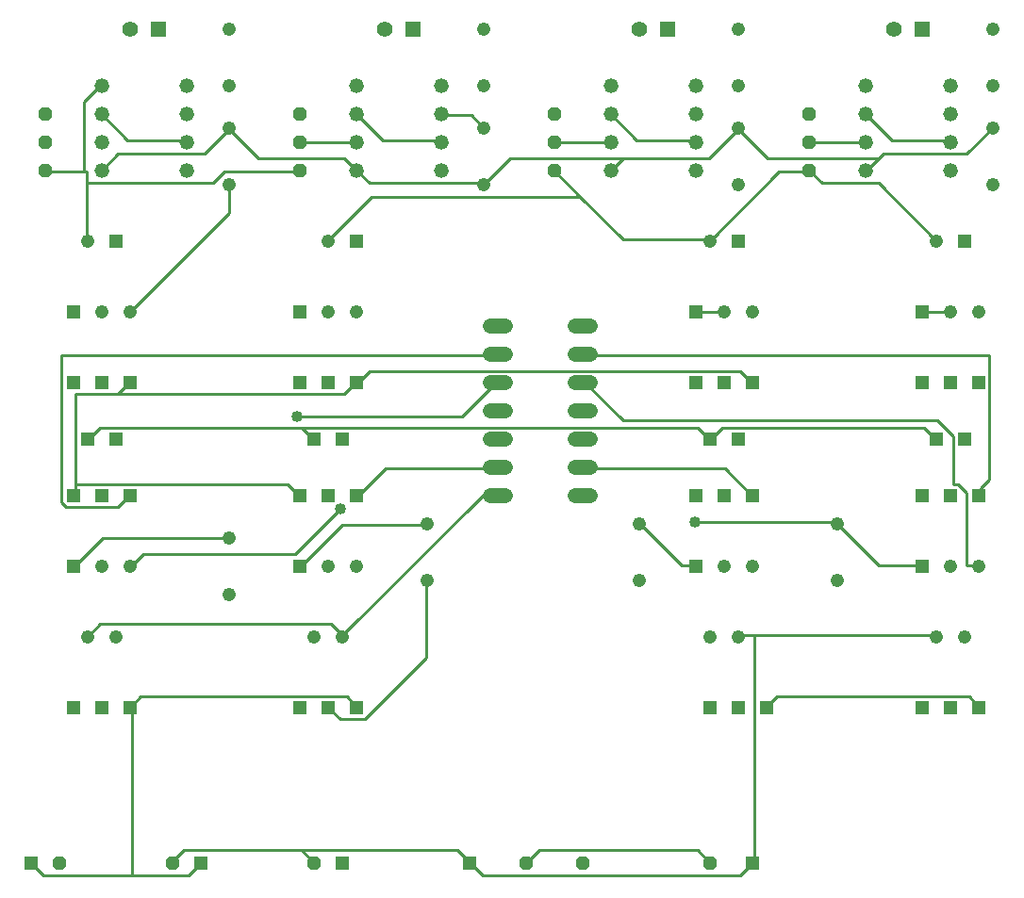
<source format=gbl>
G75*
G70*
%OFA0B0*%
%FSLAX24Y24*%
%IPPOS*%
%LPD*%
%AMOC8*
5,1,8,0,0,1.08239X$1,22.5*
%
%ADD10C,0.0520*%
%ADD11C,0.0476*%
%ADD12R,0.0476X0.0476*%
%ADD13OC8,0.0476*%
%ADD14C,0.0554*%
%ADD15R,0.0554X0.0554*%
%ADD16C,0.0520*%
%ADD17C,0.0100*%
%ADD18C,0.0400*%
D10*
X003601Y025601D03*
X003601Y026601D03*
X003601Y027601D03*
X003601Y028601D03*
X006601Y028601D03*
X006601Y027601D03*
X006601Y026601D03*
X006601Y025601D03*
X012601Y025601D03*
X012601Y026601D03*
X012601Y027601D03*
X012601Y028601D03*
X015601Y028601D03*
X015601Y027601D03*
X015601Y026601D03*
X015601Y025601D03*
X021601Y025601D03*
X021601Y026601D03*
X021601Y027601D03*
X021601Y028601D03*
X024601Y028601D03*
X024601Y027601D03*
X024601Y026601D03*
X024601Y025601D03*
X030601Y025601D03*
X030601Y026601D03*
X030601Y027601D03*
X030601Y028601D03*
X033601Y028601D03*
X033601Y027601D03*
X033601Y026601D03*
X033601Y025601D03*
D11*
X035101Y025101D03*
X035101Y027101D03*
X035101Y028601D03*
X035101Y030601D03*
X033101Y023101D03*
X033601Y020601D03*
X034601Y020601D03*
X026601Y020601D03*
X025601Y020601D03*
X025101Y023101D03*
X026101Y025101D03*
X026101Y027101D03*
X026101Y028601D03*
X026101Y030601D03*
X017101Y030601D03*
X017101Y028601D03*
X017101Y027101D03*
X017101Y025101D03*
X012601Y020601D03*
X011601Y020601D03*
X011601Y023101D03*
X008101Y025101D03*
X008101Y027101D03*
X008101Y028601D03*
X008101Y030601D03*
X003101Y023101D03*
X003601Y020601D03*
X004601Y020601D03*
X008101Y012601D03*
X008101Y010601D03*
X011101Y009101D03*
X012101Y009101D03*
X012601Y011601D03*
X011601Y011601D03*
X015101Y011101D03*
X015101Y013101D03*
X022601Y013101D03*
X022601Y011101D03*
X025101Y009101D03*
X026101Y009101D03*
X026601Y011601D03*
X025601Y011601D03*
X029601Y011101D03*
X029601Y013101D03*
X033601Y011601D03*
X034601Y011601D03*
X034101Y009101D03*
X033101Y009101D03*
X004601Y011601D03*
X003601Y011601D03*
X004101Y009101D03*
X003101Y009101D03*
D12*
X001101Y001101D03*
X002601Y006601D03*
X003601Y006601D03*
X004601Y006601D03*
X002601Y011601D03*
X002601Y014101D03*
X003601Y014101D03*
X004601Y014101D03*
X004101Y016101D03*
X003101Y016101D03*
X003601Y018101D03*
X002601Y018101D03*
X004601Y018101D03*
X002601Y020601D03*
X004101Y023101D03*
X010601Y020601D03*
X012601Y023101D03*
X012601Y018101D03*
X011601Y018101D03*
X010601Y018101D03*
X011101Y016101D03*
X012101Y016101D03*
X012601Y014101D03*
X011601Y014101D03*
X010601Y014101D03*
X010601Y011601D03*
X010601Y006601D03*
X011601Y006601D03*
X012601Y006601D03*
X012101Y001101D03*
X016601Y001101D03*
X025101Y006601D03*
X026101Y006601D03*
X027101Y006601D03*
X032601Y006601D03*
X033601Y006601D03*
X034601Y006601D03*
X032601Y011601D03*
X032601Y014101D03*
X033601Y014101D03*
X034601Y014101D03*
X034101Y016101D03*
X033101Y016101D03*
X033601Y018101D03*
X034601Y018101D03*
X032601Y018101D03*
X032601Y020601D03*
X034101Y023101D03*
X026601Y018101D03*
X025601Y018101D03*
X024601Y018101D03*
X025101Y016101D03*
X026101Y016101D03*
X026601Y014101D03*
X025601Y014101D03*
X024601Y014101D03*
X024601Y011601D03*
X024601Y020601D03*
X026101Y023101D03*
X026601Y001101D03*
X007101Y001101D03*
D13*
X006101Y001101D03*
X002101Y001101D03*
X011101Y001101D03*
X018601Y001101D03*
X020601Y001101D03*
X025101Y001101D03*
X028601Y025601D03*
X028601Y026601D03*
X028601Y027601D03*
X019601Y027601D03*
X019601Y026601D03*
X019601Y025601D03*
X010601Y025601D03*
X010601Y026601D03*
X010601Y027601D03*
X001601Y027601D03*
X001601Y026601D03*
X001601Y025601D03*
D14*
X004601Y030601D03*
X013601Y030601D03*
X022601Y030601D03*
X031601Y030601D03*
D15*
X032601Y030601D03*
X023601Y030601D03*
X014601Y030601D03*
X005601Y030601D03*
D16*
X017341Y020101D02*
X017861Y020101D01*
X017861Y019101D02*
X017341Y019101D01*
X017341Y018101D02*
X017861Y018101D01*
X017861Y017101D02*
X017341Y017101D01*
X017341Y016101D02*
X017861Y016101D01*
X017861Y015101D02*
X017341Y015101D01*
X017341Y014101D02*
X017861Y014101D01*
X020341Y014101D02*
X020861Y014101D01*
X020861Y015101D02*
X020341Y015101D01*
X020341Y016101D02*
X020861Y016101D01*
X020861Y017101D02*
X020341Y017101D01*
X020341Y018101D02*
X020861Y018101D01*
X020861Y019101D02*
X020341Y019101D01*
X020341Y020101D02*
X020861Y020101D01*
D17*
X020601Y019101D02*
X020661Y019061D01*
X034981Y019061D01*
X034981Y014661D01*
X034661Y014341D01*
X034661Y014101D01*
X034601Y014101D01*
X034181Y014181D02*
X034181Y011621D01*
X034581Y011621D01*
X034601Y011601D01*
X032601Y011601D02*
X032581Y011621D01*
X031061Y011621D01*
X029621Y013061D01*
X029601Y013101D01*
X029541Y013141D01*
X024581Y013141D01*
X024581Y011621D02*
X024101Y011621D01*
X022661Y013061D01*
X022601Y013101D01*
X024581Y011621D02*
X024601Y011601D01*
X026101Y009141D02*
X026101Y009101D01*
X026101Y009141D02*
X026661Y009141D01*
X026661Y001141D01*
X026601Y001101D01*
X026581Y001061D01*
X026181Y000661D01*
X017061Y000661D01*
X016661Y001061D01*
X016601Y001101D01*
X016581Y001141D01*
X016181Y001541D01*
X010661Y001541D01*
X011101Y001101D01*
X010661Y001541D02*
X006501Y001541D01*
X006101Y001141D01*
X006101Y001101D01*
X006661Y000661D02*
X007101Y001101D01*
X006661Y000661D02*
X004661Y000661D01*
X004661Y006581D01*
X004601Y006601D01*
X004981Y006981D01*
X012261Y006981D01*
X012581Y006661D01*
X012601Y006601D01*
X012901Y006181D02*
X012021Y006181D01*
X011601Y006601D01*
X012901Y006181D02*
X015061Y008341D01*
X015061Y011061D01*
X015101Y011101D01*
X015061Y013061D02*
X015101Y013101D01*
X015061Y013061D02*
X012101Y013061D01*
X010661Y011621D01*
X010601Y011601D01*
X010421Y012021D02*
X005061Y012021D01*
X004661Y011621D01*
X004601Y011601D01*
X003621Y012581D02*
X008101Y012581D01*
X008101Y012601D01*
X010181Y014501D02*
X002661Y014501D01*
X002661Y014101D01*
X002601Y014101D01*
X002341Y013701D02*
X002181Y013861D01*
X002181Y019061D01*
X017541Y019061D01*
X017601Y019101D01*
X017601Y018101D02*
X017541Y018101D01*
X016341Y016901D01*
X010501Y016901D01*
X010661Y016501D02*
X024661Y016501D01*
X025061Y016101D01*
X025101Y016101D01*
X025141Y016101D01*
X025541Y016501D01*
X032661Y016501D01*
X033061Y016101D01*
X033101Y016101D01*
X033701Y016181D02*
X033701Y014501D01*
X033861Y014501D01*
X034181Y014181D01*
X033701Y016181D02*
X033141Y016741D01*
X022021Y016741D01*
X020661Y018101D01*
X020601Y018101D01*
X020601Y015101D02*
X020661Y015061D01*
X025621Y015061D01*
X026581Y014101D01*
X026601Y014101D01*
X026581Y018101D02*
X026601Y018101D01*
X026581Y018101D02*
X026181Y018501D01*
X013061Y018501D01*
X012661Y018101D01*
X012601Y018101D01*
X012581Y018101D01*
X012181Y017701D01*
X004181Y017701D01*
X004581Y018101D01*
X004601Y018101D01*
X004181Y017701D02*
X002661Y017701D01*
X002661Y014501D01*
X002341Y013701D02*
X004181Y013701D01*
X004581Y014101D01*
X004601Y014101D01*
X003621Y012581D02*
X002661Y011621D01*
X002601Y011601D01*
X003541Y009541D02*
X003101Y009101D01*
X003541Y009541D02*
X011701Y009541D01*
X012101Y009141D01*
X012101Y009101D01*
X012101Y009141D02*
X017061Y014101D01*
X017601Y014101D01*
X017541Y015061D02*
X017601Y015101D01*
X017541Y015061D02*
X013621Y015061D01*
X012661Y014101D01*
X012601Y014101D01*
X012021Y013621D02*
X010421Y012021D01*
X010581Y014101D02*
X010601Y014101D01*
X010581Y014101D02*
X010181Y014501D01*
X011061Y016101D02*
X011101Y016101D01*
X011061Y016101D02*
X010661Y016501D01*
X003541Y016501D01*
X003141Y016101D01*
X003101Y016101D01*
X004601Y020601D02*
X008101Y024101D01*
X008101Y025101D01*
X007941Y025541D02*
X010581Y025541D01*
X010601Y025601D01*
X010661Y026581D02*
X010601Y026601D01*
X010661Y026581D02*
X012581Y026581D01*
X012601Y026601D01*
X012181Y026021D02*
X012601Y025601D01*
X013061Y025141D01*
X017061Y025141D01*
X017101Y025101D01*
X018021Y026021D01*
X022021Y026021D01*
X021601Y025601D01*
X022021Y026021D02*
X025061Y026021D01*
X026101Y027061D01*
X026101Y027101D01*
X026101Y027061D02*
X027141Y026021D01*
X031061Y026021D01*
X030661Y025621D01*
X030601Y025601D01*
X031061Y025141D02*
X033101Y023101D01*
X031061Y025141D02*
X029061Y025141D01*
X028601Y025601D01*
X028581Y025541D01*
X027541Y025541D01*
X025101Y023101D01*
X025061Y023141D01*
X022021Y023141D01*
X020501Y024661D01*
X013141Y024661D01*
X011621Y023141D01*
X011601Y023101D01*
X012181Y026021D02*
X009141Y026021D01*
X008101Y027061D01*
X008101Y027101D01*
X008101Y027061D02*
X007221Y026181D01*
X004181Y026181D01*
X003601Y025601D01*
X003061Y025541D02*
X003061Y025141D01*
X007541Y025141D01*
X007941Y025541D01*
X006601Y026601D02*
X006581Y026661D01*
X004501Y026661D01*
X003621Y027541D01*
X003601Y027601D01*
X002981Y028021D02*
X002981Y025541D01*
X003061Y025541D01*
X002981Y025541D02*
X001621Y025541D01*
X001601Y025601D01*
X003061Y025141D02*
X003061Y023141D01*
X003101Y023101D01*
X002981Y028021D02*
X003541Y028581D01*
X003601Y028601D01*
X012601Y027601D02*
X013541Y026661D01*
X015541Y026661D01*
X015601Y026601D01*
X015621Y027541D02*
X015601Y027601D01*
X015621Y027541D02*
X016661Y027541D01*
X017101Y027101D01*
X019601Y026601D02*
X019621Y026581D01*
X021541Y026581D01*
X021601Y026601D01*
X022501Y026661D02*
X024581Y026661D01*
X024601Y026601D01*
X022501Y026661D02*
X021621Y027541D01*
X021601Y027601D01*
X019601Y025601D02*
X019621Y025541D01*
X020501Y024661D01*
X024601Y020601D02*
X024661Y020581D01*
X025541Y020581D01*
X025601Y020601D01*
X031061Y026021D02*
X031221Y026181D01*
X034181Y026181D01*
X035101Y027101D01*
X033601Y026601D02*
X033541Y026661D01*
X031541Y026661D01*
X030601Y027601D01*
X030601Y026601D02*
X030581Y026581D01*
X028661Y026581D01*
X028601Y026601D01*
X032601Y020601D02*
X032661Y020581D01*
X033541Y020581D01*
X033601Y020601D01*
X033061Y009141D02*
X026661Y009141D01*
X027461Y006981D02*
X027141Y006661D01*
X027101Y006601D01*
X027461Y006981D02*
X034261Y006981D01*
X034581Y006661D01*
X034601Y006601D01*
X033101Y009101D02*
X033061Y009141D01*
X025101Y001101D02*
X024661Y001541D01*
X019061Y001541D01*
X018661Y001141D01*
X018601Y001101D01*
X004661Y000661D02*
X001541Y000661D01*
X001101Y001101D01*
D18*
X012021Y013621D03*
X010501Y016901D03*
X024581Y013141D03*
M02*

</source>
